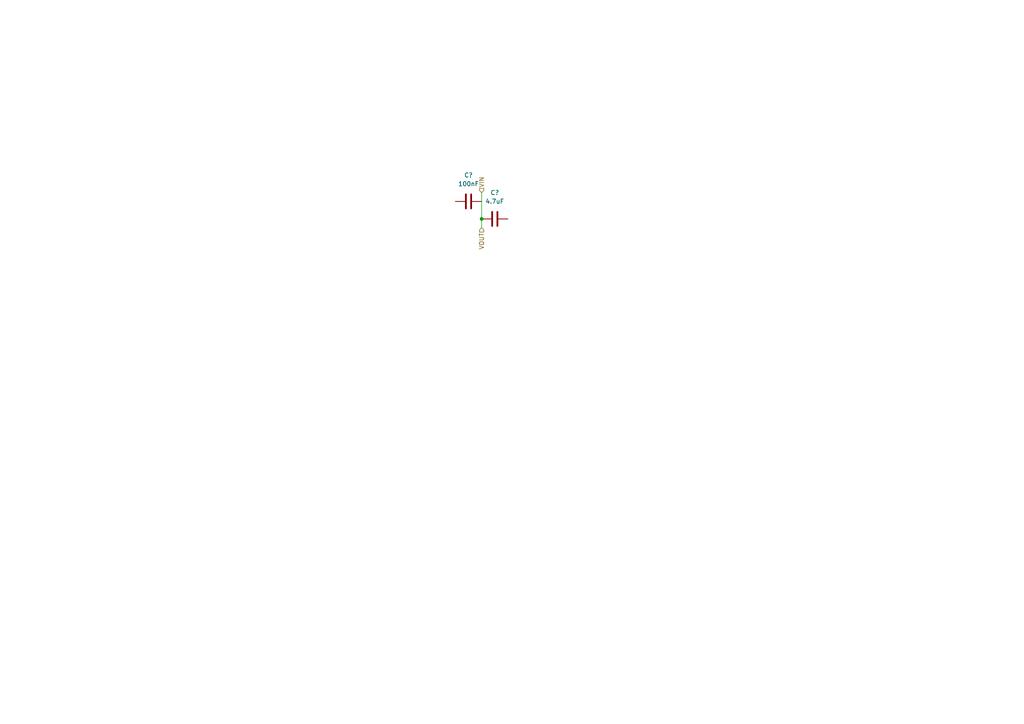
<source format=kicad_sch>
(kicad_sch (version 20211123) (generator eeschema)
  (paper "A4")
  (lib_symbols
    (symbol "Device:C" (pin_numbers hide) (pin_names (offset 0.254))
      (property "Reference" "C" (at 0.635 2.54 0))
      (property "Value" "C" (at 0.635 -2.54 0))
      (symbol "C_0_1"
        (polyline (pts (xy -2.032 -0.762) (xy 2.032 -0.762)) (stroke (width 0.508)))
        (polyline (pts (xy -2.032 0.762) (xy 2.032 0.762)) (stroke (width 0.508)))
      )
      (symbol "C_1_1"
        (pin passive line (at 0 3.81 270) (length 2.794) (name "~") (number "1"))
        (pin passive line (at 0 -3.81 90) (length 2.794) (name "~") (number "2"))
      )
    )
  )
  (junction (at 139.7 63.5))
  (wire (pts (xy 139.7 55.88) (xy 139.7 63.5)))
  (wire (pts (xy 139.7 63.5) (xy 139.7 66.04)))
  (hierarchical_label "VOUT" (shape input) (at 139.7 66.04 270))
  (hierarchical_label "VIN" (shape input) (at 139.7 55.88 90))
  (symbol (lib_id "Device:C") (at 143.51 63.5 270) (unit 1)
    (property "Reference" "C?" (at 143.51 55.88 90))
    (property "Value" "4.7uF" (at 143.51 58.42 90))
  )
  (symbol (lib_id "Device:C") (at 135.89 58.42 270) (unit 1)
    (property "Reference" "C?" (at 135.89 50.8 90))
    (property "Value" "100nF" (at 135.89 53.34 90))
  )
)
</source>
